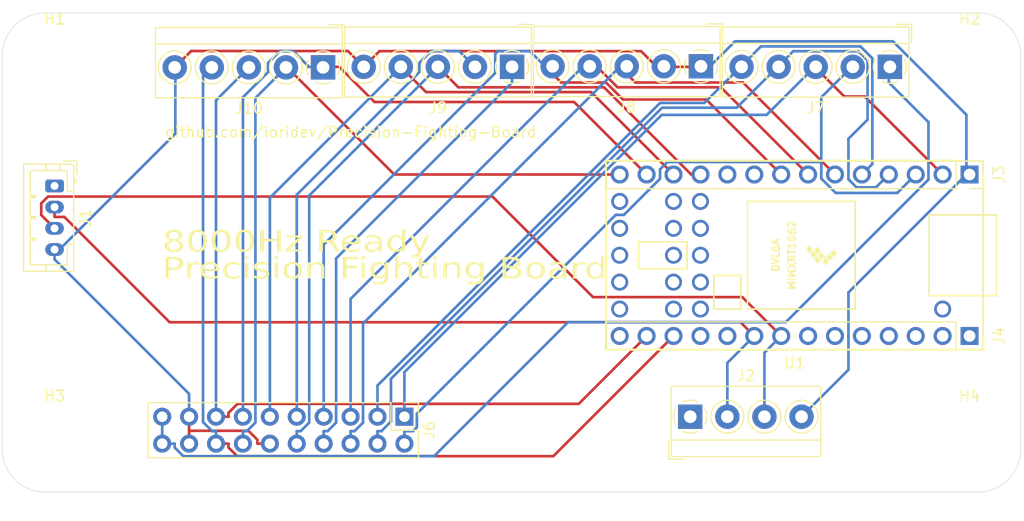
<source format=kicad_pcb>
(kicad_pcb (version 20221018) (generator pcbnew)
  (layers (0 "F.Cu" signal) (31 "B.Cu" signal) (34 "B.Paste" user) (35 "F.Paste" user) (36 "B.SilkS" user "B.Silkscreen") (37 "F.SilkS" user "F.Silkscreen") (38 "B.Mask" user) (39 "F.Mask" user) (44 "Edge.Cuts" user))
  (net 0 "")
  (net 2 "/L3")
  (net 3 "/R3")
  (net 4 "/GND")
  (net 5 "/UP")
  (net 6 "/DOWN")
  (net 7 "/RIGHT")
  (net 8 "/LEFT")
  (net 9 "/BACK")
  (net 10 "/HOME")
  (net 11 "/START")
  (net 12 "/X")
  (net 13 "/Y")
  (net 14 "/RB")
  (net 15 "/LB")
  (net 16 "/A")
  (net 17 "/B")
  (net 18 "/RT")
  (net 19 "/LT")
  (net 20 "/5V")
  (footprint "Connector_PinSocket_2.54mm:PinSocket_1x14_P2.54mm_Vertical" (layer "F.Cu") (at 160.02 73.66 -90)
    (fp_text reference "J4" (at 0 -2.77 -90) (layer "F.SilkS"))
    (fp_text value "Conn_01x14_Socket")
    (pad "1" thru_hole rect (at 0 0 270) (size 1.7 1.7) (drill 1) (layers "*.Cu" "*.Mask"))
    (pad "2" thru_hole oval (at 0 2.54 270) (size 1.7 1.7) (drill 1) (layers "*.Cu" "*.Mask"))
    (pad "3" thru_hole oval (at 0 5.08 270) (size 1.7 1.7) (drill 1) (layers "*.Cu" "*.Mask"))
    (pad "4" thru_hole oval (at 0 7.62 270) (size 1.7 1.7) (drill 1) (layers "*.Cu" "*.Mask"))
    (pad "5" thru_hole oval (at 0 10.16 270) (size 1.7 1.7) (drill 1) (layers "*.Cu" "*.Mask"))
    (pad "6" thru_hole oval (at 0 12.7 270) (size 1.7 1.7) (drill 1) (layers "*.Cu" "*.Mask"))
    (pad "7" thru_hole oval (at 0 15.24 270) (size 1.7 1.7) (drill 1) (layers "*.Cu" "*.Mask"))
    (pad "8" thru_hole oval (at 0 17.78 270) (size 1.7 1.7) (drill 1) (layers "*.Cu" "*.Mask") (net 3 "/R3"))
    (pad "9" thru_hole oval (at 0 20.32 270) (size 1.7 1.7) (drill 1) (layers "*.Cu" "*.Mask") (net 2 "/L3"))
    (pad "10" thru_hole oval (at 0 22.86 270) (size 1.7 1.7) (drill 1) (layers "*.Cu" "*.Mask"))
    (pad "11" thru_hole oval (at 0 25.4 270) (size 1.7 1.7) (drill 1) (layers "*.Cu" "*.Mask"))
    (pad "12" thru_hole oval (at 0 27.94 270) (size 1.7 1.7) (drill 1) (layers "*.Cu" "*.Mask") (net 19 "/LT"))
    (pad "13" thru_hole oval (at 0 30.48 270) (size 1.7 1.7) (drill 1) (layers "*.Cu" "*.Mask") (net 18 "/RT"))
    (pad "14" thru_hole oval (at 0 33.02 270) (size 1.7 1.7) (drill 1) (layers "*.Cu" "*.Mask"))
  )
  (footprint "MountingHole:MountingHole_3.5mm" (layer "F.Cu") (at 73.66 48.26)
    (fp_text reference "H1" (at 0 -4.5) (layer "F.SilkS"))
    (fp_text value "MountingHole")
    (pad "" np_thru_hole circle (at 0 0) (size 3.5 3.5) (drill 3.5) (layers "*.Cu" "*.Mask"))
  )
  (footprint "MountingHole:MountingHole_3.5mm" (layer "F.Cu") (at 160.02 83.82)
    (fp_text reference "H4" (at 0 -4.5) (layer "F.SilkS"))
    (fp_text value "MountingHole")
    (pad "" np_thru_hole circle (at 0 0) (size 3.5 3.5) (drill 3.5) (layers "*.Cu" "*.Mask"))
  )
  (footprint "TerminalBlock_MetzConnect:TerminalBlock_MetzConnect_Type059_RT06305HBWC_1x05_P3.50mm_Horizontal" (layer "F.Cu") (at 134.6656 48.2092 180)
    (fp_text reference "J8" (at 7 -3.86) (layer "F.SilkS"))
    (fp_text value "ST01x05")
    (pad "1" thru_hole rect (at 0 0 180) (size 2.3 2.3) (drill 1.2) (layers "*.Cu" "*.Mask") (net 4 "/GND"))
    (pad "2" thru_hole circle (at 3.5 0 180) (size 2.3 2.3) (drill 1.2) (layers "*.Cu" "*.Mask") (net 4 "/GND"))
    (pad "3" thru_hole circle (at 7 0 180) (size 2.3 2.3) (drill 1.2) (layers "*.Cu" "*.Mask") (net 10 "/HOME"))
    (pad "4" thru_hole circle (at 10.5 0 180) (size 2.3 2.3) (drill 1.2) (layers "*.Cu" "*.Mask") (net 9 "/BACK"))
    (pad "5" thru_hole circle (at 14 0 180) (size 2.3 2.3) (drill 1.2) (layers "*.Cu" "*.Mask") (net 11 "/START"))
  )
  (footprint "Teensy:Teensy40" (layer "F.Cu") (at 143.51 66.04 180)
    (fp_text reference "U1" (at 0 -10.16) (layer "F.SilkS"))
    (fp_text value "Teensy4.0")
    (fp_text user "DVL6A" (at 1.778 0 90) (layer "F.SilkS") (effects (font (size 0.7 0.7))))
    (fp_text user "MIMXRT1062" (at 0.254 0 90) (layer "F.SilkS") (effects (font (size 0.7 0.7))))
    (pad "1" thru_hole circle (at -16.51 7.62 180) (size 1.6 1.6) (drill 1.1) (layers "*.Cu" "*.Mask") (net 4 "/GND"))
    (pad "2" thru_hole circle (at -13.97 7.62 180) (size 1.6 1.6) (drill 1.1) (layers "*.Cu" "*.Mask") (net 5 "/UP"))
    (pad "3" thru_hole circle (at -11.43 7.62 180) (size 1.6 1.6) (drill 1.1) (layers "*.Cu" "*.Mask") (net 6 "/DOWN"))
    (pad "4" thru_hole circle (at -8.89 7.62 180) (size 1.6 1.6) (drill 1.1) (layers "*.Cu" "*.Mask") (net 8 "/LEFT"))
    (pad "5" thru_hole circle (at -6.35 7.62 180) (size 1.6 1.6) (drill 1.1) (layers "*.Cu" "*.Mask") (net 7 "/RIGHT"))
    (pad "6" thru_hole circle (at -3.81 7.62 180) (size 1.6 1.6) (drill 1.1) (layers "*.Cu" "*.Mask") (net 10 "/HOME"))
    (pad "7" thru_hole circle (at -1.27 7.62 180) (size 1.6 1.6) (drill 1.1) (layers "*.Cu" "*.Mask") (net 9 "/BACK"))
    (pad "8" thru_hole circle (at 1.27 7.62 180) (size 1.6 1.6) (drill 1.1) (layers "*.Cu" "*.Mask") (net 11 "/START"))
    (pad "9" thru_hole circle (at 3.81 7.62 180) (size 1.6 1.6) (drill 1.1) (layers "*.Cu" "*.Mask") (net 13 "/Y"))
    (pad "10" thru_hole circle (at 6.35 7.62 180) (size 1.6 1.6) (drill 1.1) (layers "*.Cu" "*.Mask") (net 12 "/X"))
    (pad "11" thru_hole circle (at 8.89 7.62 180) (size 1.6 1.6) (drill 1.1) (layers "*.Cu" "*.Mask") (net 14 "/RB"))
    (pad "12" thru_hole circle (at 11.43 7.62 180) (size 1.6 1.6) (drill 1.1) (layers "*.Cu" "*.Mask") (net 15 "/LB"))
    (pad "13" thru_hole circle (at 13.97 7.62 180) (size 1.6 1.6) (drill 1.1) (layers "*.Cu" "*.Mask") (net 16 "/A"))
    (pad "14" thru_hole circle (at 16.51 7.62 180) (size 1.6 1.6) (drill 1.1) (layers "*.Cu" "*.Mask") (net 17 "/B"))
    (pad "15" thru_hole circle (at 16.51 5.08 180) (size 1.6 1.6) (drill 1.1) (layers "*.Cu" "*.Mask"))
    (pad "16" thru_hole circle (at 16.51 2.54 180) (size 1.6 1.6) (drill 1.1) (layers "*.Cu" "*.Mask"))
    (pad "17" thru_hole circle (at 16.51 0 180) (size 1.6 1.6) (drill 1.1) (layers "*.Cu" "*.Mask"))
    (pad "18" thru_hole circle (at 16.51 -2.54 180) (size 1.6 1.6) (drill 1.1) (layers "*.Cu" "*.Mask"))
    (pad "19" thru_hole circle (at 16.51 -5.08 180) (size 1.6 1.6) (drill 1.1) (layers "*.Cu" "*.Mask"))
    (pad "20" thru_hole circle (at 16.51 -7.62 180) (size 1.6 1.6) (drill 1.1) (layers "*.Cu" "*.Mask"))
    (pad "21" thru_hole circle (at 13.97 -7.62 180) (size 1.6 1.6) (drill 1.1) (layers "*.Cu" "*.Mask") (net 18 "/RT"))
    (pad "22" thru_hole circle (at 11.43 -7.62 180) (size 1.6 1.6) (drill 1.1) (layers "*.Cu" "*.Mask") (net 19 "/LT"))
    (pad "23" thru_hole circle (at 8.89 -7.62 180) (size 1.6 1.6) (drill 1.1) (layers "*.Cu" "*.Mask"))
    (pad "24" thru_hole circle (at 6.35 -7.62 180) (size 1.6 1.6) (drill 1.1) (layers "*.Cu" "*.Mask"))
    (pad "25" thru_hole circle (at 3.81 -7.62 180) (size 1.6 1.6) (drill 1.1) (layers "*.Cu" "*.Mask") (net 2 "/L3"))
    (pad "26" thru_hole circle (at 1.27 -7.62 180) (size 1.6 1.6) (drill 1.1) (layers "*.Cu" "*.Mask") (net 3 "/R3"))
    (pad "27" thru_hole circle (at -1.27 -7.62 180) (size 1.6 1.6) (drill 1.1) (layers "*.Cu" "*.Mask"))
    (pad "28" thru_hole circle (at -3.81 -7.62 180) (size 1.6 1.6) (drill 1.1) (layers "*.Cu" "*.Mask"))
    (pad "29" thru_hole circle (at -6.35 -7.62 180) (size 1.6 1.6) (drill 1.1) (layers "*.Cu" "*.Mask"))
    (pad "30" thru_hole circle (at -8.89 -7.62 180) (size 1.6 1.6) (drill 1.1) (layers "*.Cu" "*.Mask"))
    (pad "31" thru_hole circle (at -11.43 -7.62 180) (size 1.6 1.6) (drill 1.1) (layers "*.Cu" "*.Mask"))
    (pad "32" thru_hole circle (at -13.97 -7.62 180) (size 1.6 1.6) (drill 1.1) (layers "*.Cu" "*.Mask") (net 4 "/GND"))
    (pad "33" thru_hole circle (at -16.51 -7.62 180) (size 1.6 1.6) (drill 1.1) (layers "*.Cu" "*.Mask"))
    (pad "34" thru_hole circle (at -13.97 -5.08 180) (size 1.6 1.6) (drill 1.1) (layers "*.Cu" "*.Mask"))
    (pad "35" thru_hole circle (at 11.43 -5.08 180) (size 1.6 1.6) (drill 1.1) (layers "*.Cu" "*.Mask"))
    (pad "36" thru_hole circle (at 8.89 -5.08 180) (size 1.6 1.6) (drill 1.1) (layers "*.Cu" "*.Mask"))
    (pad "37" thru_hole circle (at 11.43 -2.54 180) (size 1.6 1.6) (drill 1.1) (layers "*.Cu" "*.Mask"))
    (pad "38" thru_hole circle (at 8.89 -2.54 180) (size 1.6 1.6) (drill 1.1) (layers "*.Cu" "*.Mask"))
    (pad "39" thru_hole circle (at 11.43 0 180) (size 1.6 1.6) (drill 1.1) (layers "*.Cu" "*.Mask"))
    (pad "40" thru_hole circle (at 8.89 0 180) (size 1.6 1.6) (drill 1.1) (layers "*.Cu" "*.Mask"))
    (pad "41" thru_hole circle (at 11.43 2.54 180) (size 1.6 1.6) (drill 1.1) (layers "*.Cu" "*.Mask"))
    (pad "42" thru_hole circle (at 8.89 2.54 180) (size 1.6 1.6) (drill 1.1) (layers "*.Cu" "*.Mask"))
    (pad "43" thru_hole circle (at 11.43 5.08 180) (size 1.6 1.6) (drill 1.1) (layers "*.Cu" "*.Mask"))
    (pad "44" thru_hole circle (at 8.89 5.08 180) (size 1.6 1.6) (drill 1.1) (layers "*.Cu" "*.Mask"))
  )
  (footprint "Connector_PinSocket_2.54mm:PinSocket_1x14_P2.54mm_Vertical" (layer "F.Cu") (at 160.02 58.42 -90)
    (fp_text reference "J3" (at 0 -2.77 -90) (layer "F.SilkS"))
    (fp_text value "Conn_01x14_Socket")
    (pad "1" thru_hole rect (at 0 0 270) (size 1.7 1.7) (drill 1) (layers "*.Cu" "*.Mask") (net 4 "/GND"))
    (pad "2" thru_hole oval (at 0 2.54 270) (size 1.7 1.7) (drill 1) (layers "*.Cu" "*.Mask") (net 5 "/UP"))
    (pad "3" thru_hole oval (at 0 5.08 270) (size 1.7 1.7) (drill 1) (layers "*.Cu" "*.Mask") (net 6 "/DOWN"))
    (pad "4" thru_hole oval (at 0 7.62 270) (size 1.7 1.7) (drill 1) (layers "*.Cu" "*.Mask") (net 8 "/LEFT"))
    (pad "5" thru_hole oval (at 0 10.16 270) (size 1.7 1.7) (drill 1) (layers "*.Cu" "*.Mask") (net 7 "/RIGHT"))
    (pad "6" thru_hole oval (at 0 12.7 270) (size 1.7 1.7) (drill 1) (layers "*.Cu" "*.Mask") (net 10 "/HOME"))
    (pad "7" thru_hole oval (at 0 15.24 270) (size 1.7 1.7) (drill 1) (layers "*.Cu" "*.Mask") (net 9 "/BACK"))
    (pad "8" thru_hole oval (at 0 17.78 270) (size 1.7 1.7) (drill 1) (layers "*.Cu" "*.Mask") (net 11 "/START"))
    (pad "9" thru_hole oval (at 0 20.32 270) (size 1.7 1.7) (drill 1) (layers "*.Cu" "*.Mask") (net 12 "/X"))
    (pad "10" thru_hole oval (at 0 22.86 270) (size 1.7 1.7) (drill 1) (layers "*.Cu" "*.Mask") (net 13 "/Y"))
    (pad "11" thru_hole oval (at 0 25.4 270) (size 1.7 1.7) (drill 1) (layers "*.Cu" "*.Mask") (net 14 "/RB"))
    (pad "12" thru_hole oval (at 0 27.94 270) (size 1.7 1.7) (drill 1) (layers "*.Cu" "*.Mask") (net 15 "/LB"))
    (pad "13" thru_hole oval (at 0 30.48 270) (size 1.7 1.7) (drill 1) (layers "*.Cu" "*.Mask") (net 16 "/A"))
    (pad "14" thru_hole oval (at 0 33.02 270) (size 1.7 1.7) (drill 1) (layers "*.Cu" "*.Mask") (net 17 "/B"))
  )
  (footprint "TerminalBlock_MetzConnect:TerminalBlock_MetzConnect_Type059_RT06305HBWC_1x05_P3.50mm_Horizontal" (layer "F.Cu") (at 99 48.3108 180)
    (fp_text reference "J10" (at 7 -3.86) (layer "F.SilkS"))
    (fp_text value "ST01x05")
    (pad "1" thru_hole rect (at 0 0 180) (size 2.3 2.3) (drill 1.2) (layers "*.Cu" "*.Mask") (net 16 "/A"))
    (pad "2" thru_hole circle (at 3.5 0 180) (size 2.3 2.3) (drill 1.2) (layers "*.Cu" "*.Mask") (net 17 "/B"))
    (pad "3" thru_hole circle (at 7 0 180) (size 2.3 2.3) (drill 1.2) (layers "*.Cu" "*.Mask") (net 18 "/RT"))
    (pad "4" thru_hole circle (at 10.5 0 180) (size 2.3 2.3) (drill 1.2) (layers "*.Cu" "*.Mask") (net 19 "/LT"))
    (pad "5" thru_hole circle (at 14 0 180) (size 2.3 2.3) (drill 1.2) (layers "*.Cu" "*.Mask") (net 4 "/GND"))
  )
  (footprint "Connector_PinHeader_2.54mm:PinHeader_2x10_P2.54mm_Vertical" (layer "F.Cu") (at 106.68 81.28 -90)
    (fp_text reference "J6" (at 1.27 -2.33 90) (layer "F.SilkS"))
    (fp_text value "Conn_02x10_Odd_Even")
    (pad "1" thru_hole rect (at 0 0 270) (size 1.7 1.7) (drill 1) (layers "*.Cu" "*.Mask") (net 5 "/UP"))
    (pad "2" thru_hole oval (at 2.54 0 270) (size 1.7 1.7) (drill 1) (layers "*.Cu" "*.Mask") (net 6 "/DOWN"))
    (pad "3" thru_hole oval (at 0 2.54 270) (size 1.7 1.7) (drill 1) (layers "*.Cu" "*.Mask") (net 7 "/RIGHT"))
    (pad "4" thru_hole oval (at 2.54 2.54 270) (size 1.7 1.7) (drill 1) (layers "*.Cu" "*.Mask") (net 8 "/LEFT"))
    (pad "5" thru_hole oval (at 0 5.08 270) (size 1.7 1.7) (drill 1) (layers "*.Cu" "*.Mask") (net 9 "/BACK"))
    (pad "6" thru_hole oval (at 2.54 5.08 270) (size 1.7 1.7) (drill 1) (layers "*.Cu" "*.Mask") (net 10 "/HOME"))
    (pad "7" thru_hole oval (at 0 7.62 270) (size 1.7 1.7) (drill 1) (layers "*.Cu" "*.Mask") (net 11 "/START"))
    (pad "8" thru_hole oval (at 2.54 7.62 270) (size 1.7 1.7) (drill 1) (layers "*.Cu" "*.Mask") (net 12 "/X"))
    (pad "9" thru_hole oval (at 0 10.16 270) (size 1.7 1.7) (drill 1) (layers "*.Cu" "*.Mask") (net 13 "/Y"))
    (pad "10" thru_hole oval (at 2.54 10.16 270) (size 1.7 1.7) (drill 1) (layers "*.Cu" "*.Mask") (net 14 "/RB"))
    (pad "11" thru_hole oval (at 0 12.7 270) (size 1.7 1.7) (drill 1) (layers "*.Cu" "*.Mask") (net 15 "/LB"))
    (pad "12" thru_hole oval (at 2.54 12.7 270) (size 1.7 1.7) (drill 1) (layers "*.Cu" "*.Mask") (net 4 "/GND"))
    (pad "13" thru_hole oval (at 0 15.24 270) (size 1.7 1.7) (drill 1) (layers "*.Cu" "*.Mask") (net 16 "/A"))
    (pad "14" thru_hole oval (at 2.54 15.24 270) (size 1.7 1.7) (drill 1) (layers "*.Cu" "*.Mask") (net 17 "/B"))
    (pad "15" thru_hole oval (at 0 17.78 270) (size 1.7 1.7) (drill 1) (layers "*.Cu" "*.Mask") (net 18 "/RT"))
    (pad "16" thru_hole oval (at 2.54 17.78 270) (size 1.7 1.7) (drill 1) (layers "*.Cu" "*.Mask") (net 19 "/LT"))
    (pad "17" thru_hole oval (at 0 20.32 270) (size 1.7 1.7) (drill 1) (layers "*.Cu" "*.Mask") (net 4 "/GND"))
    (pad "18" thru_hole oval (at 2.54 20.32 270) (size 1.7 1.7) (drill 1) (layers "*.Cu" "*.Mask") (net 4 "/GND"))
    (pad "19" thru_hole oval (at 0 22.86 270) (size 1.7 1.7) (drill 1) (layers "*.Cu" "*.Mask") (net 20 "/5V"))
    (pad "20" thru_hole oval (at 2.54 22.86 270) (size 1.7 1.7) (drill 1) (layers "*.Cu" "*.Mask") (net 20 "/5V"))
  )
  (footprint "MountingHole:MountingHole_3.5mm" (layer "F.Cu") (at 73.66 83.82)
    (fp_text reference "H3" (at 0 -4.5) (layer "F.SilkS"))
    (fp_text value "MountingHole")
    (pad "" np_thru_hole circle (at 0 0) (size 3.5 3.5) (drill 3.5) (layers "*.Cu" "*.Mask"))
  )
  (footprint "MountingHole:MountingHole_3.5mm" (layer "F.Cu") (at 160.02 48.26)
    (fp_text reference "H2" (at 0 -4.5) (layer "F.SilkS"))
    (fp_text value "MountingHole")
    (pad "" np_thru_hole circle (at 0 0) (size 3.5 3.5) (drill 3.5) (layers "*.Cu" "*.Mask"))
  )
  (footprint "TerminalBlock_MetzConnect:TerminalBlock_MetzConnect_Type059_RT06305HBWC_1x05_P3.50mm_Horizontal" (layer "F.Cu") (at 116.84 48.26 180)
    (fp_text reference "J9" (at 7 -3.86) (layer "F.SilkS"))
    (fp_text value "ST01x05")
    (pad "1" thru_hole rect (at 0 0 180) (size 2.3 2.3) (drill 1.2) (layers "*.Cu" "*.Mask") (net 12 "/X"))
    (pad "2" thru_hole circle (at 3.5 0 180) (size 2.3 2.3) (drill 1.2) (layers "*.Cu" "*.Mask") (net 13 "/Y"))
    (pad "3" thru_hole circle (at 7 0 180) (size 2.3 2.3) (drill 1.2) (layers "*.Cu" "*.Mask") (net 14 "/RB"))
    (pad "4" thru_hole circle (at 10.5 0 180) (size 2.3 2.3) (drill 1.2) (layers "*.Cu" "*.Mask") (net 15 "/LB"))
    (pad "5" thru_hole circle (at 14 0 180) (size 2.3 2.3) (drill 1.2) (layers "*.Cu" "*.Mask") (net 4 "/GND"))
  )
  (footprint "TerminalBlock_MetzConnect:TerminalBlock_MetzConnect_Type059_RT06304HBWC_1x04_P3.50mm_Horizontal" (layer "F.Cu") (at 133.66 81.28)
    (fp_text reference "J2" (at 5.25 -3.86) (layer "F.SilkS"))
    (fp_text value "Screw_Terminal_01x04")
    (pad "1" thru_hole rect (at 0 0) (size 2.3 2.3) (drill 1.2) (layers "*.Cu" "*.Mask"))
    (pad "2" thru_hole circle (at 3.5 0) (size 2.3 2.3) (drill 1.2) (layers "*.Cu" "*.Mask") (net 2 "/L3"))
    (pad "3" thru_hole circle (at 7 0) (size 2.3 2.3) (drill 1.2) (layers "*.Cu" "*.Mask") (net 3 "/R3"))
    (pad "4" thru_hole circle (at 10.5 0) (size 2.3 2.3) (drill 1.2) (layers "*.Cu" "*.Mask") (net 4 "/GND"))
  )
  (footprint "Connector_JST:JST_PH_B4B-PH-K_1x04_P2.00mm_Vertical" (layer "F.Cu") (at 73.66 59.5 -90)
    (fp_text reference "J1" (at 3 -2.9 90) (layer "F.SilkS"))
    (fp_text value "Conn_01x04_Male")
    (pad "1" thru_hole roundrect (at 0 0 270) (size 1.2 1.75) (drill 0.75) (layers "*.Cu" "*.Mask") (roundrect_rratio 0.2083333333))
    (pad "2" thru_hole oval (at 2 0 270) (size 1.2 1.75) (drill 0.75) (layers "*.Cu" "*.Mask") (net 2 "/L3"))
    (pad "3" thru_hole oval (at 4 0 270) (size 1.2 1.75) (drill 0.75) (layers "*.Cu" "*.Mask") (net 3 "/R3"))
    (pad "4" thru_hole oval (at 6 0 270) (size 1.2 1.75) (drill 0.75) (layers "*.Cu" "*.Mask") (net 4 "/GND"))
  )
  (footprint "TerminalBlock_MetzConnect:TerminalBlock_MetzConnect_Type059_RT06305HBWC_1x05_P3.50mm_Horizontal" (layer "F.Cu") (at 152.5 48.26 180)
    (fp_text reference "J7" (at 7 -3.86) (layer "F.SilkS"))
    (fp_text value "ST01x05")
    (pad "1" thru_hole rect (at 0 0 180) (size 2.3 2.3) (drill 1.2) (layers "*.Cu" "*.Mask") (net 20 "/5V"))
    (pad "2" thru_hole circle (at 3.5 0 180) (size 2.3 2.3) (drill 1.2) (layers "*.Cu" "*.Mask") (net 6 "/DOWN"))
    (pad "3" thru_hole circle (at 7 0 180) (size 2.3 2.3) (drill 1.2) (layers "*.Cu" "*.Mask") (net 5 "/UP"))
    (pad "4" thru_hole circle (at 10.5 0 180) (size 2.3 2.3) (drill 1.2) (layers "*.Cu" "*.Mask") (net 8 "/LEFT"))
    (pad "5" thru_hole circle (at 14 0 180) (size 2.3 2.3) (drill 1.2) (layers "*.Cu" "*.Mask") (net 7 "/RIGHT"))
  )
  (gr_arc (start 164.846 84.328) (mid 163.655682 87.201682) (end 160.782 88.392) (stroke (width 0.05)) (layer "Edge.Cuts"))
  (gr_arc (start 72.771 88.392) (mid 69.897318 87.201682) (end 68.707 84.328) (stroke (width 0.05)) (layer "Edge.Cuts"))
  (gr_line (start 68.707 84.328) (end 68.707 47.371) (stroke (width 0.05)) (layer "Edge.Cuts"))
  (gr_line (start 160.782 88.392) (end 72.771 88.392) (stroke (width 0.05)) (layer "Edge.Cuts"))
  (gr_arc (start 68.707 47.371) (mid 69.807515 44.460121) (end 72.644 43.18) (stroke (width 0.05)) (layer "Edge.Cuts"))
  (gr_line (start 72.644 43.18) (end 161.036 43.18) (stroke (width 0.05)) (layer "Edge.Cuts"))
  (gr_line (start 164.846 47.498) (end 164.846 84.328) (stroke (width 0.05)) (layer "Edge.Cuts"))
  (gr_arc (start 161.036 43.18) (mid 163.835287 44.549923) (end 164.846 47.498) (stroke (width 0.05)) (layer "Edge.Cuts"))
  (gr_rect (start 165 42) (end 165 42) (stroke (width 0.1)) (fill none) (layer "Edge.Cuts"))
  (gr_text "github.com/ioridev/Precision-Fighting-Board" (at 84 55) (layer "F.SilkS") (effects (font (size 1 1)) (justify left bottom)))
  (gr_text "Precision Fighting Board\n" (at 83.82 68.58) (layer "F.SilkS") (effects (font (size 2 2.5)) (justify left bottom)))
  (gr_text "8000Hz Ready" (at 83.82 66.04) (layer "F.SilkS") (effects (font (size 2 2.5)) (justify left bottom)))
  (segment (start 139.7 73.66) (end 138.405 72.365) (width 0.25) (layer "F.Cu") (net 2))
  (segment (start 73.66 61.5) (end 73.66 62.4269) (width 0.25) (layer "F.Cu") (net 2))
  (segment (start 138.405 72.365) (end 84.525 72.365) (width 0.25) (layer "F.Cu") (net 2))
  (segment (start 74.5869 62.4269) (end 73.66 62.4269) (width 0.25) (layer "F.Cu") (net 2))
  (segment (start 84.525 72.365) (end 74.5869 62.4269) (width 0.25) (layer "F.Cu") (net 2))
  (segment (start 137.16 76.2) (end 139.7 73.66) (width 0.25) (layer "B.Cu") (net 2))
  (segment (start 137.16 81.28) (end 137.16 76.2) (width 0.25) (layer "B.Cu") (net 2))
  (segment (start 124.4787 69.9931) (end 138.5731 69.9931) (width 0.25) (layer "F.Cu") (net 3))
  (segment (start 72.4069 62.2469) (end 72.4069 61.1394) (width 0.25) (layer "F.Cu") (net 3))
  (segment (start 73.66 63.5) (end 72.4069 62.2469) (width 0.25) (layer "F.Cu") (net 3))
  (segment (start 114.9861 60.5005) (end 124.4787 69.9931) (width 0.25) (layer "F.Cu") (net 3))
  (segment (start 138.5731 69.9931) (end 142.24 73.66) (width 0.25) (layer "F.Cu") (net 3))
  (segment (start 73.0458 60.5005) (end 114.9861 60.5005) (width 0.25) (layer "F.Cu") (net 3))
  (segment (start 72.4069 61.1394) (end 73.0458 60.5005) (width 0.25) (layer "F.Cu") (net 3))
  (segment (start 140.66 75.24) (end 142.24 73.66) (width 0.25) (layer "B.Cu") (net 3))
  (segment (start 140.66 81.28) (end 140.66 75.24) (width 0.25) (layer "B.Cu") (net 3))
  (segment (start 101.3462 46.7662) (end 86.5538 46.7662) (width 0.25) (layer "F.Cu") (net 4))
  (segment (start 86.36 82.6065) (end 91.9554 82.6065) (width 0.25) (layer "F.Cu") (net 4))
  (segment (start 92.8031 83.4542) (end 92.8031 83.82) (width 0.25) (layer "F.Cu") (net 4))
  (segment (start 93.98 83.82) (end 92.8031 83.82) (width 0.25) (layer "F.Cu") (net 4))
  (segment (start 129.0179 46.7779) (end 104.3221 46.7779) (width 0.25) (layer "F.Cu") (net 4))
  (segment (start 134 48.26) (end 130.5 48.26) (width 0.25) (layer "F.Cu") (net 4))
  (segment (start 102.84 48.26) (end 101.3462 46.7662) (width 0.25) (layer "F.Cu") (net 4))
  (segment (start 104.3221 46.7779) (end 102.84 48.26) (width 0.25) (layer "F.Cu") (net 4))
  (segment (start 86.36 83.82) (end 86.36 82.6065) (width 0.25) (layer "F.Cu") (net 4))
  (segment (start 91.9554 82.6065) (end 92.8031 83.4542) (width 0.25) (layer "F.Cu") (net 4))
  (segment (start 86.5538 46.7662) (end 85.06 48.26) (width 0.25) (layer "F.Cu") (net 4))
  (segment (start 86.36 82.6065) (end 86.36 81.28) (width 0.25) (layer "F.Cu") (net 4))
  (segment (start 130.5 48.26) (end 129.0179 46.7779) (width 0.25) (layer "F.Cu") (net 4))
  (segment (start 159.7209 52.7861) (end 152.7854 45.8506) (width 0.25) (layer "B.Cu") (net 4))
  (segment (start 134 48.26) (end 135.4769 48.26) (width 0.25) (layer "B.Cu") (net 4))
  (segment (start 86.36 79.1269) (end 86.36 81.28) (width 0.25) (layer "B.Cu") (net 4))
  (segment (start 73.66 66.4269) (end 86.36 79.1269) (width 0.25) (layer "B.Cu") (net 4))
  (segment (start 159.7209 58.42) (end 159.7209 52.7861) (width 0.25) (layer "B.Cu") (net 4))
  (segment (start 144.16 81.28) (end 148.59 76.85) (width 0.25) (layer "B.Cu") (net 4))
  (segment (start 148.59 76.85) (end 148.59 69.5509) (width 0.25) (layer "B.Cu") (net 4))
  (segment (start 73.66 65.9634) (end 73.66 66.4269) (width 0.25) (layer "B.Cu") (net 4))
  (segment (start 85.06 54.5634) (end 85.06 48.26) (width 0.25) (layer "B.Cu") (net 4))
  (segment (start 73.66 65.9634) (end 85.06 54.5634) (width 0.25) (layer "B.Cu") (net 4))
  (segment (start 73.66 65.5) (end 73.66 65.9634) (width 0.25) (layer "B.Cu") (net 4))
  (segment (start 137.8863 45.8506) (end 135.4769 48.26) (width 0.25) (layer "B.Cu") (net 4))
  (segment (start 148.59 69.5509) (end 159.7209 58.42) (width 0.25) (layer "B.Cu") (net 4))
  (segment (start 159.7209 58.42) (end 160.02 58.42) (width 0.25) (layer "B.Cu") (net 4))
  (segment (start 152.7854 45.8506) (end 137.8863 45.8506) (width 0.25) (layer "B.Cu") (net 4))
  (segment (start 150.1235 51.0635) (end 148.2035 51.0635) (width 0.25) (layer "F.Cu") (net 5))
  (segment (start 157.48 58.42) (end 150.1235 51.0635) (width 0.25) (layer "F.Cu") (net 5))
  (segment (start 148.2035 51.0635) (end 145.4 48.26) (width 0.25) (layer "F.Cu") (net 5))
  (segment (start 106.68 77.0732) (end 130.9615 52.7917) (width 0.25) (layer "B.Cu") (net 5))
  (segment (start 106.68 80.1031) (end 106.68 77.0732) (width 0.25) (layer "B.Cu") (net 5))
  (segment (start 140.8683 52.7917) (end 145.4 48.26) (width 0.25) (layer "B.Cu") (net 5))
  (segment (start 106.68 81.28) (end 106.68 80.1031) (width 0.25) (layer "B.Cu") (net 5))
  (segment (start 130.9615 52.7917) (end 140.8683 52.7917) (width 0.25) (layer "B.Cu") (net 5))
  (segment (start 146.0261 58.8016) (end 146.0261 57.2416) (width 0.25) (layer "B.Cu") (net 6))
  (segment (start 106.68 82.6431) (end 107.4892 82.6431) (width 0.25) (layer "B.Cu") (net 6))
  (segment (start 106.68 83.82) (end 106.68 82.6431) (width 0.25) (layer "B.Cu") (net 6))
  (segment (start 146.0261 51.1339) (end 148.9 48.26) (width 0.25) (layer "B.Cu") (net 6))
  (segment (start 127.3959 62.23) (end 130.81 58.8159) (width 0.25) (layer "B.Cu") (net 6))
  (segment (start 146.0261 57.2416) (end 146.0261 51.1339) (width 0.25) (layer "B.Cu") (net 6))
  (segment (start 131.5004 57.2416) (end 146.0261 57.2416) (width 0.25) (layer "B.Cu") (net 6))
  (segment (start 130.81 58.8159) (end 130.81 57.932) (width 0.25) (layer "B.Cu") (net 6))
  (segment (start 153.201 60.159) (end 147.3835 60.159) (width 0.25) (layer "B.Cu") (net 6))
  (segment (start 154.94 58.42) (end 153.201 60.159) (width 0.25) (layer "B.Cu") (net 6))
  (segment (start 107.8569 82.2754) (end 107.8569 80.9966) (width 0.25) (layer "B.Cu") (net 6))
  (segment (start 130.81 57.932) (end 131.5004 57.2416) (width 0.25) (layer "B.Cu") (net 6))
  (segment (start 147.3835 60.159) (end 146.0261 58.8016) (width 0.25) (layer "B.Cu") (net 6))
  (segment (start 126.6235 62.23) (end 127.3959 62.23) (width 0.25) (layer "B.Cu") (net 6))
  (segment (start 107.4892 82.6431) (end 107.8569 82.2754) (width 0.25) (layer "B.Cu") (net 6))
  (segment (start 107.8569 80.9966) (end 126.6235 62.23) (width 0.25) (layer "B.Cu") (net 6))
  (segment (start 140.3307 46.3293) (end 149.7193 46.3293) (width 0.25) (layer "B.Cu") (net 7))
  (segment (start 150.845 47.455) (end 150.845 57.435) (width 0.25) (layer "B.Cu") (net 7))
  (segment (start 134.9972 51.6628) (end 130.8122 51.6628) (width 0.25) (layer "B.Cu") (net 7))
  (segment (start 138.4 48.26) (end 134.9972 51.6628) (width 0.25) (layer "B.Cu") (net 7))
  (segment (start 130.8122 51.6628) (end 104.14 78.335) (width 0.25) (layer "B.Cu") (net 7))
  (segment (start 138.4 48.26) (end 140.3307 46.3293) (width 0.25) (layer "B.Cu") (net 7))
  (segment (start 150.845 57.435) (end 149.86 58.42) (width 0.25) (layer "B.Cu") (net 7))
  (segment (start 149.7193 46.3293) (end 150.845 47.455) (width 0.25) (layer "B.Cu") (net 7))
  (segment (start 104.14 78.335) (end 104.14 81.28) (width 0.25) (layer "B.Cu") (net 7))
  (segment (start 149.3556 59.6377) (end 148.59 58.8721) (width 0.25) (layer "B.Cu") (net 8))
  (segment (start 151.1823 59.6377) (end 149.3556 59.6377) (width 0.25) (layer "B.Cu") (net 8))
  (segment (start 138.0453 52.1147) (end 130.9994 52.1147) (width 0.25) (layer "B.Cu") (net 8))
  (segment (start 150.3931 47.6422) (end 149.5336 46.7827) (width 0.25) (layer "B.Cu") (net 8))
  (segment (start 143.3773 46.7827) (end 141.9 48.26) (width 0.25) (layer "B.Cu") (net 8))
  (segment (start 148.59 55.0492) (end 150.3931 53.2461) (width 0.25) (layer "B.Cu") (net 8))
  (segment (start 150.3931 53.2461) (end 150.3931 47.6422) (width 0.25) (layer "B.Cu") (net 8))
  (segment (start 152.4 58.42) (end 151.1823 59.6377) (width 0.25) (layer "B.Cu") (net 8))
  (segment (start 105.4101 81.7388) (end 104.5058 82.6431) (width 0.25) (layer "B.Cu") (net 8))
  (segment (start 148.59 58.8721) (end 148.59 55.0492) (width 0.25) (layer "B.Cu") (net 8))
  (segment (start 141.9 48.26) (end 138.0453 52.1147) (width 0.25) (layer "B.Cu") (net 8))
  (segment (start 149.5336 46.7827) (end 143.3773 46.7827) (width 0.25) (layer "B.Cu") (net 8))
  (segment (start 130.9994 52.1147) (end 105.4101 77.704) (width 0.25) (layer "B.Cu") (net 8))
  (segment (start 104.5058 82.6431) (end 104.14 82.6431) (width 0.25) (layer "B.Cu") (net 8))
  (segment (start 104.14 83.82) (end 104.14 82.6431) (width 0.25) (layer "B.Cu") (net 8))
  (segment (start 105.4101 77.704) (end 105.4101 81.7388) (width 0.25) (layer "B.Cu") (net 8))
  (segment (start 123.5 48.26) (end 124.8651 48.26) (width 0.25) (layer "F.Cu") (net 9))
  (segment (start 136.5488 50.1888) (end 144.78 58.42) (width 0.25) (layer "F.Cu") (net 9))
  (segment (start 124.8651 48.26) (end 126.7939 50.1888) (width 0.25) (layer "F.Cu") (net 9))
  (segment (start 126.7939 50.1888) (end 136.5488 50.1888) (width 0.25) (layer "F.Cu") (net 9))
  (segment (start 101.6 70.16) (end 123.5 48.26) (width 0.25) (layer "B.Cu") (net 9))
  (segment (start 101.6 81.28) (end 101.6 70.16) (width 0.25) (layer "B.Cu") (net 9))
  (segment (start 138.6369 49.7369) (end 128.4769 49.7369) (width 0.25) (layer "F.Cu") (net 10))
  (segment (start 147.32 58.42) (end 138.6369 49.7369) (width 0.25) (layer "F.Cu") (net 10))
  (segment (start 128.4769 49.7369) (end 127 48.26) (width 0.25) (layer "F.Cu") (net 10))
  (segment (start 101.6 82.6431) (end 101.9679 82.6431) (width 0.25) (layer "B.Cu") (net 10))
  (segment (start 102.7769 81.8341) (end 102.7769 72.4831) (width 0.25) (layer "B.Cu") (net 10))
  (segment (start 101.9679 82.6431) (end 102.7769 81.8341) (width 0.25) (layer "B.Cu") (net 10))
  (segment (start 102.7769 72.4831) (end 127 48.26) (width 0.25) (layer "B.Cu") (net 10))
  (segment (start 101.6 83.82) (end 101.6 82.6431) (width 0.25) (layer "B.Cu") (net 10))
  (segment (start 121.4769 49.7369) (end 125.7029 49.7369) (width 0.25) (layer "F.Cu") (net 11))
  (segment (start 135.1624 51.3424) (end 142.24 58.42) (width 0.25) (layer "F.Cu") (net 11))
  (segment (start 125.7029 49.7369) (end 127.3084 51.3424) (width 0.25) (layer "F.Cu") (net 11))
  (segment (start 127.3084 51.3424) (end 135.1624 51.3424) (width 0.25) (layer "F.Cu") (net 11))
  (segment (start 120 48.26) (end 121.4769 49.7369) (width 0.25) (layer "F.Cu") (net 11))
  (segment (start 115.2493 48.8509) (end 115.2493 47.0429) (width 0.25) (layer "B.Cu") (net 11))
  (segment (start 115.5091 46.7831) (end 118.5231 46.7831) (width 0.25) (layer "B.Cu") (net 11))
  (segment (start 115.2493 47.0429) (end 115.5091 46.7831) (width 0.25) (layer "B.Cu") (net 11))
  (segment (start 99.06 81.28) (end 99.06 65.0402) (width 0.25) (layer "B.Cu") (net 11))
  (segment (start 99.06 65.0402) (end 115.2493 48.8509) (width 0.25) (layer "B.Cu") (net 11))
  (segment (start 118.5231 46.7831) (end 120 48.26) (width 0.25) (layer "B.Cu") (net 11))
  (segment (start 100.2369 66.34) (end 116.84 49.7369) (width 0.25) (layer "B.Cu") (net 12))
  (segment (start 99.4279 82.6431) (end 100.2369 81.8341) (width 0.25) (layer "B.Cu") (net 12))
  (segment (start 99.06 82.6431) (end 99.4279 82.6431) (width 0.25) (layer "B.Cu") (net 12))
  (segment (start 116.84 48.26) (end 116.84 49.7369) (width 0.25) (layer "B.Cu") (net 12))
  (segment (start 100.2369 81.8341) (end 100.2369 66.34) (width 0.25) (layer "B.Cu") (net 12))
  (segment (start 99.06 83.82) (end 99.06 82.6431) (width 0.25) (layer "B.Cu") (net 12))
  (segment (start 109.2039 46.7689) (end 111.8489 46.7689) (width 0.25) (layer "B.Cu") (net 13))
  (segment (start 111.8489 46.7689) (end 113.34 48.26) (width 0.25) (layer "B.Cu") (net 13))
  (segment (start 108.0901 47.8827) (end 109.2039 46.7689) (width 0.25) (layer "B.Cu") (net 13))
  (segment (start 96.52 60.3296) (end 108.0901 48.7595) (width 0.25) (layer "B.Cu") (net 13))
  (segment (start 108.0901 48.7595) (end 108.0901 47.8827) (width 0.25) (layer "B.Cu") (net 13))
  (segment (start 96.52 81.28) (end 96.52 60.3296) (width 0.25) (layer "B.Cu") (net 13))
  (segment (start 133.7469 58.42) (end 134.62 58.42) (width 0.25) (layer "F.Cu") (net 14))
  (segment (start 125.5172 50.1903) (end 133.7469 58.42) (width 0.25) (layer "F.Cu") (net 14))
  (segment (start 109.84 48.26) (end 111.7703 50.1903) (width 0.25) (layer "F.Cu") (net 14))
  (segment (start 111.7703 50.1903) (end 125.5172 50.1903) (width 0.25) (layer "F.Cu") (net 14))
  (segment (start 96.52 83.82) (end 96.52 82.6431) (width 0.25) (layer "B.Cu") (net 14))
  (segment (start 97.6969 81.8341) (end 97.6969 60.4031) (width 0.25) (layer "B.Cu") (net 14))
  (segment (start 96.52 82.6431) (end 96.8879 82.6431) (width 0.25) (layer "B.Cu") (net 14))
  (segment (start 97.6969 60.4031) (end 109.84 48.26) (width 0.25) (layer "B.Cu") (net 14))
  (segment (start 96.8879 82.6431) (end 97.6969 81.8341) (width 0.25) (layer "B.Cu") (net 14))
  (segment (start 106.34 48.26) (end 108.7222 50.6422) (width 0.25) (layer "F.Cu") (net 15))
  (segment (start 124.3022 50.6422) (end 132.08 58.42) (width 0.25) (layer "F.Cu") (net 15))
  (segment (start 108.7222 50.6422) (end 124.3022 50.6422) (width 0.25) (layer "F.Cu") (net 15))
  (segment (start 93.98 81.28) (end 93.98 60.62) (width 0.25) (layer "B.Cu") (net 15))
  (segment (start 93.98 60.62) (end 106.34 48.26) (width 0.25) (layer "B.Cu") (net 15))
  (segment (start 99.06 48.26) (end 100.5369 48.26) (width 0.25) (layer "F.Cu") (net 16))
  (segment (start 122.6951 51.5751) (end 129.54 58.42) (width 0.25) (layer "F.Cu") (net 16))
  (segment (start 100.5369 48.26) (end 103.852 51.5751) (width 0.25) (layer "F.Cu") (net 16))
  (segment (start 103.852 51.5751) (end 122.6951 51.5751) (width 0.25) (layer "F.Cu") (net 16))
  (segment (start 91.44 81.28) (end 91.44 51.1296) (width 0.25) (layer "B.Cu") (net 16))
  (segment (start 93.8101 48.7595) (end 93.8101 47.8827) (width 0.25) (layer "B.Cu") (net 16))
  (segment (start 97.5831 48.1676) (end 97.5831 48.26) (width 0.25) (layer "B.Cu") (net 16))
  (segment (start 99.06 48.26) (end 97.5831 48.26) (width 0.25) (layer "B.Cu") (net 16))
  (segment (start 93.8101 47.8827) (end 94.9097 46.7831) (width 0.25) (layer "B.Cu") (net 16))
  (segment (start 91.44 51.1296) (end 93.8101 48.7595) (width 0.25) (layer "B.Cu") (net 16))
  (segment (start 96.1986 46.7831) (end 97.5831 48.1676) (width 0.25) (layer "B.Cu") (net 16))
  (segment (start 94.9097 46.7831) (end 96.1986 46.7831) (width 0.25) (layer "B.Cu") (net 16))
  (segment (start 105.72 58.42) (end 95.56 48.26) (width 0.25) (layer "F.Cu") (net 17))
  (segment (start 127 58.42) (end 105.72 58.42) (width 0.25) (layer "F.Cu") (net 17))
  (segment (start 91.44 83.82) (end 91.44 82.6431) (width 0.25) (layer "B.Cu") (net 17))
  (segment (start 91.44 82.6431) (end 91.8079 82.6431) (width 0.25) (layer "B.Cu") (net 17))
  (segment (start 92.6169 81.8341) (end 92.6169 51.2031) (width 0.25) (layer "B.Cu") (net 17))
  (segment (start 91.8079 82.6431) (end 92.6169 81.8341) (width 0.25) (layer "B.Cu") (net 17))
  (segment (start 92.6169 51.2031) (end 95.56 48.26) (width 0.25) (layer "B.Cu") (net 17))
  (segment (start 123.1357 80.0643) (end 90.9268 80.0643) (width 0.25) (layer "F.Cu") (net 18))
  (segment (start 90.0769 80.9142) (end 90.0769 81.28) (width 0.25) (layer "F.Cu") (net 18))
  (segment (start 88.9 81.28) (end 90.0769 81.28) (width 0.25) (layer "F.Cu") (net 18))
  (segment (start 90.9268 80.0643) (end 90.0769 80.9142) (width 0.25) (layer "F.Cu") (net 18))
  (segment (start 129.54 73.66) (end 123.1357 80.0643) (width 0.25) (layer "F.Cu") (net 18))
  (segment (start 88.9 81.28) (end 88.9 51.42) (width 0.25) (layer "B.Cu") (net 18))
  (segment (start 88.9 51.42) (end 92.06 48.26) (width 0.25) (layer "B.Cu") (net 18))
  (segment (start 90.8964 85.0053) (end 90.0769 84.1858) (width 0.25) (layer "F.Cu") (net 19))
  (segment (start 88.9 83.82) (end 90.0769 83.82) (width 0.25) (layer "F.Cu") (net 19))
  (segment (start 90.0769 84.1858) (end 90.0769 83.82) (width 0.25) (layer "F.Cu") (net 19))
  (segment (start 132.08 73.66) (end 120.7347 85.0053) (width 0.25) (layer "F.Cu") (net 19))
  (segment (start 120.7347 85.0053) (end 90.8964 85.0053) (width 0.25) (layer "F.Cu") (net 19))
  (segment (start 87.6751 49.1449) (end 88.56 48.26) (width 0.25) (layer "B.Cu") (net 19))
  (segment (start 87.6751 81.786) (end 87.6751 49.1449) (width 0.25) (layer "B.Cu") (net 19))
  (segment (start 88.5322 82.6431) (end 87.6751 81.786) (width 0.25) (layer "B.Cu") (net 19))
  (segment (start 88.9 82.6431) (end 88.5322 82.6431) (width 0.25) (layer "B.Cu") (net 19))
  (segment (start 88.9 83.82) (end 88.9 82.6431) (width 0.25) (layer "B.Cu") (net 19))
  (segment (start 122.1343 72.3546) (end 109.4836 85.0053) (width 0.25) (layer "B.Cu") (net 20))
  (segment (start 156.1396 58.8971) (end 142.6821 72.3546) (width 0.25) (layer "B.Cu") (net 20))
  (segment (start 109.4836 85.0053) (end 85.8164 85.0053) (width 0.25) (layer "B.Cu") (net 20))
  (segment (start 84.9969 84.1858) (end 84.9969 83.82) (width 0.25) (layer "B.Cu") (net 20))
  (segment (start 142.6821 72.3546) (end 122.1343 72.3546) (width 0.25) (layer "B.Cu") (net 20))
  (segment (start 83.82 83.82) (end 83.82 81.28) (width 0.25) (layer "B.Cu") (net 20))
  (segment (start 156.1396 53.4765) (end 156.1396 58.8971) (width 0.25) (layer "B.Cu") (net 20))
  (segment (start 152.4 48.26) (end 152.4 49.7369) (width 0.25) (layer "B.Cu") (net 20))
  (segment (start 83.82 83.82) (end 84.9969 83.82) (width 0.25) (layer "B.Cu") (net 20))
  (segment (start 85.8164 85.0053) (end 84.9969 84.1858) (width 0.25) (layer "B.Cu") (net 20))
  (segment (start 152.4 49.7369) (end 156.1396 53.4765) (width 0.25) (layer "B.Cu") (net 20))
)
</source>
